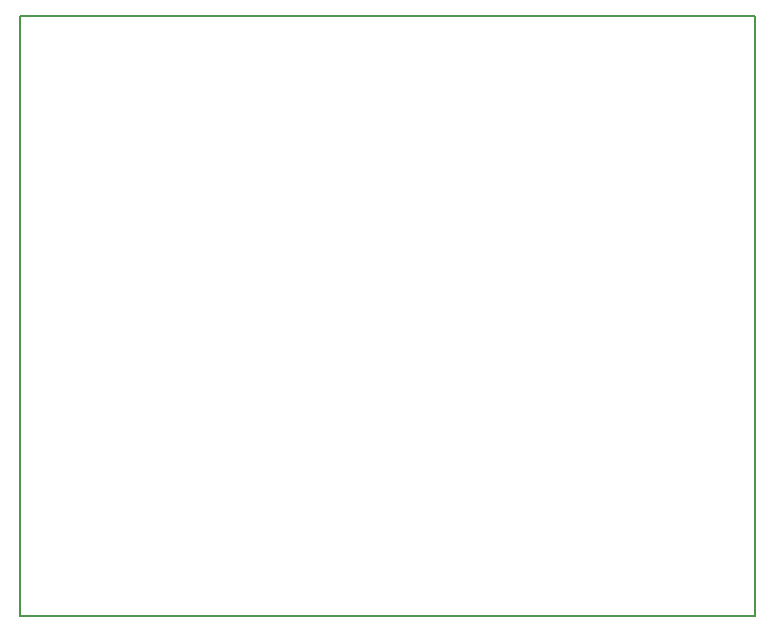
<source format=gm1>
G04 #@! TF.GenerationSoftware,KiCad,Pcbnew,(6.0.2)*
G04 #@! TF.CreationDate,2022-11-08T17:00:34+01:00*
G04 #@! TF.ProjectId,PANEL_LED_HARDWARE,50414e45-4c5f-44c4-9544-5f4841524457,rev?*
G04 #@! TF.SameCoordinates,Original*
G04 #@! TF.FileFunction,Profile,NP*
%FSLAX46Y46*%
G04 Gerber Fmt 4.6, Leading zero omitted, Abs format (unit mm)*
G04 Created by KiCad (PCBNEW (6.0.2)) date 2022-11-08 17:00:34*
%MOMM*%
%LPD*%
G01*
G04 APERTURE LIST*
G04 #@! TA.AperFunction,Profile*
%ADD10C,0.200000*%
G04 #@! TD*
G04 APERTURE END LIST*
D10*
X86630000Y-45940000D02*
X148860000Y-45940000D01*
X148860000Y-45940000D02*
X148860000Y-96740000D01*
X148860000Y-96740000D02*
X86630000Y-96740000D01*
X86630000Y-96740000D02*
X86630000Y-45940000D01*
M02*

</source>
